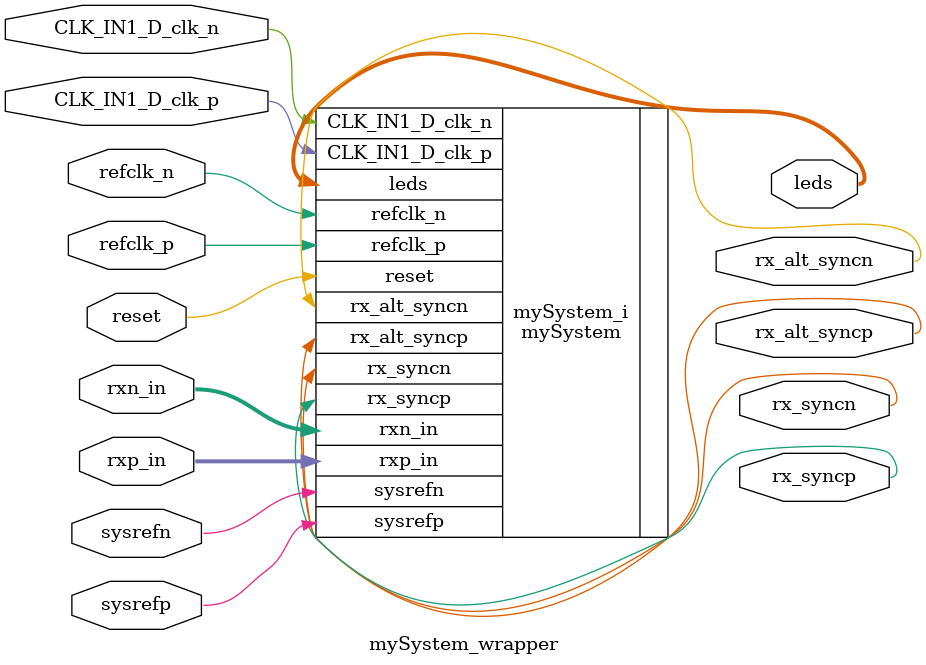
<source format=v>
`timescale 1 ps / 1 ps

module mySystem_wrapper
   (CLK_IN1_D_clk_n,
    CLK_IN1_D_clk_p,
    leds,
    refclk_n,
    refclk_p,
    reset,
    rx_alt_syncn,
    rx_alt_syncp,
    rx_syncn,
    rx_syncp,
    rxn_in,
    rxp_in,
    sysrefn,
    sysrefp);
  input CLK_IN1_D_clk_n;
  input CLK_IN1_D_clk_p;
  output [7:0]leds;
  input refclk_n;
  input refclk_p;
  input reset;
  output rx_alt_syncn;
  output rx_alt_syncp;
  output rx_syncn;
  output rx_syncp;
  input [7:0]rxn_in;
  input [7:0]rxp_in;
  input sysrefn;
  input sysrefp;

  wire CLK_IN1_D_clk_n;
  wire CLK_IN1_D_clk_p;
  wire [7:0]leds;
  wire refclk_n;
  wire refclk_p;
  wire reset;
  wire rx_alt_syncn;
  wire rx_alt_syncp;
  wire rx_syncn;
  wire rx_syncp;
  wire [7:0]rxn_in;
  wire [7:0]rxp_in;
  wire sysrefn;
  wire sysrefp;

  mySystem mySystem_i
       (.CLK_IN1_D_clk_n(CLK_IN1_D_clk_n),
        .CLK_IN1_D_clk_p(CLK_IN1_D_clk_p),
        .leds(leds),
        .refclk_n(refclk_n),
        .refclk_p(refclk_p),
        .reset(reset),
        .rx_alt_syncn(rx_alt_syncn),
        .rx_alt_syncp(rx_alt_syncp),
        .rx_syncn(rx_syncn),
        .rx_syncp(rx_syncp),
        .rxn_in(rxn_in),
        .rxp_in(rxp_in),
        .sysrefn(sysrefn),
        .sysrefp(sysrefp));
endmodule

</source>
